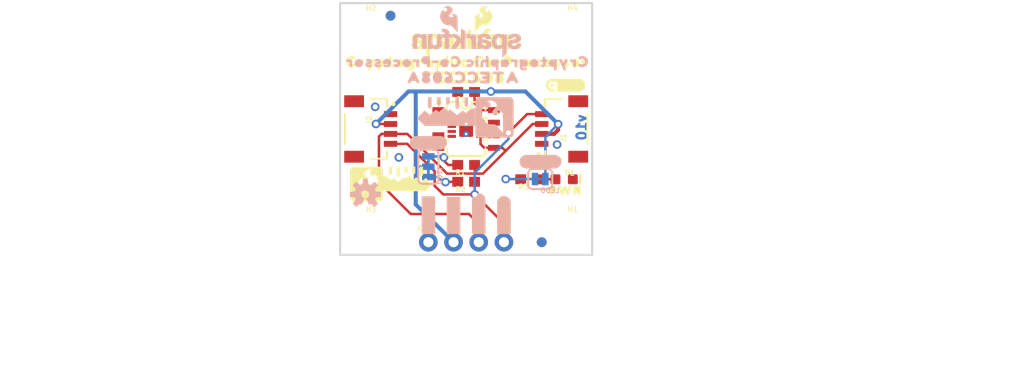
<source format=kicad_pcb>
(kicad_pcb (version 20211014) (generator pcbnew)
  (layers (0 "F.Cu" signal) (31 "B.Cu" signal) (34 "B.Paste" user) (35 "F.Paste" user) (36 "B.SilkS" user "B.Silkscreen") (37 "F.SilkS" user "F.Silkscreen") (38 "B.Mask" user) (39 "F.Mask" user) (44 "Edge.Cuts" user))
  (net 0 "")
  (net 1 "GND")
  (net 2 "SCL")
  (net 3 "SDA")
  (net 4 "3.3V")
  (net 5 "N$4")
  (net 6 "N$5")
  (net 7 "N$3")
  (net 8 "N$7")
  (footprint "boardEagle:ATECC608A0" (layer "F.Cu") (at 148.2725 99.822)
    (fp_text reference "U$5" hide)
    (fp_text value "" hide)
  )
  (footprint "boardEagle:CRYPTO_COPROCESSOR_LOGO_SMALL" (layer "F.Cu") (at 141.0081 110.5916)
    (fp_text reference "U$10" hide)
    (fp_text value "" hide)
  )
  (footprint "boardEagle:#3V3#0" (layer "F.Cu") (at 147.2311 115.9256 90)
    (fp_text reference "U$20" hide)
    (fp_text value "" hide)
  )
  (footprint "boardEagle:0603" (layer "F.Cu") (at 154.8511 110.0836 180)
    (fp_text reference "R3" (at 0 -0.762) (layer "F.SilkS") (effects (font (size 0.512064 0.512064) (thickness 0.097536)) (justify right)))
    (fp_text value "1k")
    (pad "1" smd roundrect (at -0.85 0 180) (size 1.1 1) (layers "F.Cu" "F.Paste" "F.Mask") (roundrect_rratio 0.0508) (net 7 "N$3"))
    (pad "2" smd roundrect (at 0.85 0 180) (size 1.1 1) (layers "F.Cu" "F.Paste" "F.Mask") (roundrect_rratio 0.0508) (net 8 "N$7"))
  )
  (footprint "boardEagle:#GND#0" (layer "F.Cu") (at 144.6911 115.9256 90)
    (fp_text reference "U$21" hide)
    (fp_text value "" hide)
  )
  (footprint "boardEagle:JST04_1MM_RA" (layer "F.Cu") (at 140.8811 105.0036 -90)
    (fp_text reference "J2" (at -1.397 2.159 90) (layer "F.SilkS") (effects (font (size 0.512064 0.512064) (thickness 0.097536)) (justify right)))
    (fp_text value "QWIIC")
    (pad "1" smd roundrect (at -1.5 0 270) (size 0.6 1.35) (layers "F.Cu" "F.Paste" "F.Mask") (roundrect_rratio 0.08466666667) (net 1 "GND"))
    (pad "2" smd roundrect (at -0.5 0 270) (size 0.6 1.35) (layers "F.Cu" "F.Paste" "F.Mask") (roundrect_rratio 0.08466666667) (net 4 "3.3V"))
    (pad "3" smd roundrect (at 0.5 0 270) (size 0.6 1.35) (layers "F.Cu" "F.Paste" "F.Mask") (roundrect_rratio 0.08466666667) (net 3 "SDA"))
    (pad "4" smd roundrect (at 1.5 0 270) (size 0.6 1.35) (layers "F.Cu" "F.Paste" "F.Mask") (roundrect_rratio 0.08466666667) (net 2 "SCL"))
    (pad "NC1" smd roundrect (at 2.8 3.675 270) (size 1.2 2) (layers "F.Cu" "F.Paste" "F.Mask") (roundrect_rratio 0.04233333333))
    (pad "NC2" smd roundrect (at -2.8 3.675 270) (size 1.2 2) (layers "F.Cu" "F.Paste" "F.Mask") (roundrect_rratio 0.04233333333))
  )
  (footprint "boardEagle:1X04_NO_SILK" (layer "F.Cu") (at 144.6911 116.4336)
    (fp_text reference "J3" (at -1.27 -1.397) (layer "F.SilkS") (effects (font (size 0.512064 0.512064) (thickness 0.097536)) (justify left)))
    (fp_text value "PTH")
    (pad "1" thru_hole circle (at 0 0 90) (size 1.8796 1.8796) (drill 1.016) (layers *.Cu *.Mask) (net 1 "GND"))
    (pad "2" thru_hole circle (at 2.54 0 90) (size 1.8796 1.8796) (drill 1.016) (layers *.Cu *.Mask) (net 4 "3.3V"))
    (pad "3" thru_hole circle (at 5.08 0 90) (size 1.8796 1.8796) (drill 1.016) (layers *.Cu *.Mask) (net 3 "SDA"))
    (pad "4" thru_hole circle (at 7.62 0 90) (size 1.8796 1.8796) (drill 1.016) (layers *.Cu *.Mask) (net 2 "SCL"))
  )
  (footprint "boardEagle:PWR0" (layer "F.Cu") (at 158.5341 111.2266)
    (fp_text reference "U$11" hide)
    (fp_text value "" hide)
  )
  (footprint "boardEagle:#SDA#0" (layer "F.Cu") (at 149.7711 115.9256 90)
    (fp_text reference "U$17" hide)
    (fp_text value "" hide)
  )
  (footprint "boardEagle:STAND-OFF" (layer "F.Cu") (at 138.3411 115.1636)
    (fp_text reference "H3" (at 0 -2.032) (layer "F.SilkS") (effects (font (size 0.512064 0.512064) (thickness 0.097536)) (justify left)))
    (fp_text value "STAND-OFF")
    (pad "" np_thru_hole circle (at 0 0) (size 3.302 3.302) (drill 3.302) (layers *.Cu *.Mask))
  )
  (footprint "boardEagle:DUAL_UDFN_2X3MM_SOIC-8" (layer "F.Cu") (at 148.5011 105.0036 -90)
    (fp_text reference "U1" (at 0 -2.413 90) (layer "F.SilkS") (effects (font (size 0.512064 0.512064) (thickness 0.097536)) (justify right)))
    (fp_text value "ATECC608A")
    (pad "1" smd roundrect (at -0.75 1.45 270) (size 0.3 0.85) (layers "F.Cu" "F.Paste" "F.Mask") (roundrect_rratio 0.1693333333))
    (pad "1S" smd roundrect (at -1.905 2.8 270) (size 0.6 1.2) (layers "F.Cu" "F.Paste" "F.Mask") (roundrect_rratio 0.08466666667))
    (pad "2" smd roundrect (at -0.25 1.45 270) (size 0.3 0.85) (layers "F.Cu" "F.Paste" "F.Mask") (roundrect_rratio 0.1693333333))
    (pad "2S" smd roundrect (at -0.635 2.8 270) (size 0.6 1.2) (layers "F.Cu" "F.Paste" "F.Mask") (roundrect_rratio 0.08466666667))
    (pad "3" smd roundrect (at 0.25 1.45 270) (size 0.3 0.85) (layers "F.Cu" "F.Paste" "F.Mask") (roundrect_rratio 0.1693333333))
    (pad "3S" smd roundrect (at 0.635 2.8 270) (size 0.6 1.2) (layers "F.Cu" "F.Paste" "F.Mask") (roundrect_rratio 0.08466666667))
    (pad "4" smd roundrect (at 0.75 1.45 270) (size 0.3 0.85) (layers "F.Cu" "F.Paste" "F.Mask") (roundrect_rratio 0.1693333333) (net 1 "GND"))
    (pad "4S" smd roundrect (at 1.905 2.8 270) (size 0.6 1.2) (layers "F.Cu" "F.Paste" "F.Mask") (roundrect_rratio 0.08466666667) (net 1 "GND"))
    (pad "5" smd roundrect (at 0.75 -1.45 270) (size 0.3 0.85) (layers "F.Cu" "F.Paste" "F.Mask") (roundrect_rratio 0.1693333333) (net 3 "SDA"))
    (pad "5S" smd roundrect (at 1.905 -2.8 270) (size 0.6 1.2) (layers "F.Cu" "F.Paste" "F.Mask") (roundrect_rratio 0.08466666667) (net 3 "SDA"))
    (pad "6" smd roundrect (at 0.25 -1.45 270) (size 0.3 0.85) (layers "F.Cu" "F.Paste" "F.Mask") (roundrect_rratio 0.1693333333) (net 2 "SCL"))
    (pad "6S" smd roundrect (at 0.635 -2.8 270) (size 0.6 1.2) (layers "F.Cu" "F.Paste" "F.Mask") (roundrect_rratio 0.08466666667) (net 2 "SCL"))
    (pad "7" smd roundrect (at -0.25 -1.45 270) (size 0.3 0.85) (layers "F.Cu" "F.Paste" "F.Mask") (roundrect_rratio 0.1693333333))
    (pad "7S" smd roundrect (at -0.635 -2.8 270) (size 0.6 1.2) (layers "F.Cu" "F.Paste" "F.Mask") (roundrect_rratio 0.08466666667))
    (pad "8" smd roundrect (at -0.75 -1.45 270) (size 0.3 0.85) (layers "F.Cu" "F.Paste" "F.Mask") (roundrect_rratio 0.1693333333) (net 4 "3.3V"))
    (pad "8S" smd roundrect (at -1.905 -2.8 270) (size 0.6 1.2) (layers "F.Cu" "F.Paste" "F.Mask") (roundrect_rratio 0.08466666667) (net 4 "3.3V"))
    (pad "P" smd roundrect (at 0 0 270) (size 1.6 1.4) (layers "F.Cu" "F.Mask") (roundrect_rratio 0.1) (net 1 "GND"))
  )
  (footprint "boardEagle:STAND-OFF" (layer "F.Cu") (at 138.3411 94.8436)
    (fp_text reference "H2" (at 0 -2.032) (layer "F.SilkS") (effects (font (size 0.512064 0.512064) (thickness 0.097536)) (justify left)))
    (fp_text value "STAND-OFF")
    (pad "" np_thru_hole circle (at 0 0) (size 3.302 3.302) (drill 3.302) (layers *.Cu *.Mask))
  )
  (footprint "boardEagle:SFE_LOGO_NAME_FLAME_.1" (layer "F.Cu") (at 148.5011 96.29775)
    (fp_text reference "LOGO1" hide)
    (fp_text value "SFE_LOGO_NAME_FLAME.1_INCH" hide)
  )
  (footprint "boardEagle:0603" (layer "F.Cu") (at 148.5011 110.3376 180)
    (fp_text reference "R2" (at 0 -0.762) (layer "F.SilkS") (effects (font (size 0.512064 0.512064) (thickness 0.097536)) (justify right)))
    (fp_text value "4.7k")
    (pad "1" smd roundrect (at -0.85 0 180) (size 1.1 1) (layers "F.Cu" "F.Paste" "F.Mask") (roundrect_rratio 0.0508) (net 2 "SCL"))
    (pad "2" smd roundrect (at 0.85 0 180) (size 1.1 1) (layers "F.Cu" "F.Paste" "F.Mask") (roundrect_rratio 0.0508) (net 6 "N$5"))
  )
  (footprint "boardEagle:0603" (layer "F.Cu") (at 148.5011 108.6358 180)
    (fp_text reference "R1" (at 0 -0.762) (layer "F.SilkS") (effects (font (size 0.512064 0.512064) (thickness 0.097536)) (justify right)))
    (fp_text value "4.7k")
    (pad "1" smd roundrect (at -0.85 0 180) (size 1.1 1) (layers "F.Cu" "F.Paste" "F.Mask") (roundrect_rratio 0.0508) (net 3 "SDA"))
    (pad "2" smd roundrect (at 0.85 0 180) (size 1.1 1) (layers "F.Cu" "F.Paste" "F.Mask") (roundrect_rratio 0.0508) (net 5 "N$4"))
  )
  (footprint "boardEagle:CRYPTOGRAPHIC_CO#PROCESSOR0" (layer "F.Cu") (at 148.6535 98.2218)
    (fp_text reference "U$9" hide)
    (fp_text value "" hide)
  )
  (footprint "boardEagle:0603" (layer "F.Cu") (at 148.5011 101.2698 180)
    (fp_text reference "C1" (at 0 -0.762) (layer "F.SilkS") (effects (font (size 0.512064 0.512064) (thickness 0.097536)) (justify right)))
    (fp_text value "0.1uF")
    (pad "1" smd roundrect (at -0.85 0 180) (size 1.1 1) (layers "F.Cu" "F.Paste" "F.Mask") (roundrect_rratio 0.0508) (net 4 "3.3V"))
    (pad "2" smd roundrect (at 0.85 0 180) (size 1.1 1) (layers "F.Cu" "F.Paste" "F.Mask") (roundrect_rratio 0.0508) (net 1 "GND"))
  )
  (footprint "boardEagle:QWIIC_4MM" (layer "F.Cu") (at 158.5341 100.6094)
    (fp_text reference "LOGO3" hide)
    (fp_text value "QWIIC_LOGO_4MM" hide)
  )
  (footprint "boardEagle:STAND-OFF" (layer "F.Cu") (at 158.6611 94.8436)
    (fp_text reference "H4" (at 0 -2.032) (layer "F.SilkS") (effects (font (size 0.512064 0.512064) (thickness 0.097536)) (justify left)))
    (fp_text value "STAND-OFF")
    (pad "" np_thru_hole circle (at 0 0) (size 3.302 3.302) (drill 3.302) (layers *.Cu *.Mask))
  )
  (footprint "boardEagle:LED-0603" (layer "F.Cu") (at 158.3817 110.0836)
    (fp_text reference "D1" (at 0 -0.635) (layer "F.SilkS") (effects (font (size 0.512064 0.512064) (thickness 0.097536)) (justify left)))
    (fp_text value "RED")
    (pad "A" smd roundrect (at -0.877 0 270) (size 1 1) (layers "F.Cu" "F.Paste" "F.Mask") (roundrect_rratio 0.15) (net 7 "N$3"))
    (pad "C" smd roundrect (at 0.877 0 270) (size 1 1) (layers "F.Cu" "F.Paste" "F.Mask") (roundrect_rratio 0.15) (net 1 "GND"))
  )
  (footprint "boardEagle:STAND-OFF" (layer "F.Cu") (at 158.6611 115.1636)
    (fp_text reference "H1" (at 0 -2.032) (layer "F.SilkS") (effects (font (size 0.512064 0.512064) (thickness 0.097536)) (justify left)))
    (fp_text value "STAND-OFF")
    (pad "" np_thru_hole circle (at 0 0) (size 3.302 3.302) (drill 3.302) (layers *.Cu *.Mask))
  )
  (footprint "boardEagle:JST04_1MM_RA" (layer "F.Cu") (at 156.1211 105.0036 90)
    (fp_text reference "J1" (at -1.397 2.159 90) (layer "F.SilkS") (effects (font (size 0.512064 0.512064) (thickness 0.097536)) (justify left)))
    (fp_text value "QWIIC")
    (pad "1" smd roundrect (at -1.5 0 90) (size 0.6 1.35) (layers "F.Cu" "F.Paste" "F.Mask") (roundrect_rratio 0.08466666667) (net 1 "GND"))
    (pad "2" smd roundrect (at -0.5 0 90) (size 0.6 1.35) (layers "F.Cu" "F.Paste" "F.Mask") (roundrect_rratio 0.08466666667) (net 4 "3.3V"))
    (pad "3" smd roundrect (at 0.5 0 90) (size 0.6 1.35) (layers "F.Cu" "F.Paste" "F.Mask") (roundrect_rratio 0.08466666667) (net 3 "SDA"))
    (pad "4" smd roundrect (at 1.5 0 90) (size 0.6 1.35) (layers "F.Cu" "F.Paste" "F.Mask") (roundrect_rratio 0.08466666667) (net 2 "SCL"))
    (pad "NC1" smd roundrect (at 2.8 3.675 90) (size 1.2 2) (layers "F.Cu" "F.Paste" "F.Mask") (roundrect_rratio 0.04233333333))
    (pad "NC2" smd roundrect (at -2.8 3.675 90) (size 1.2 2) (layers "F.Cu" "F.Paste" "F.Mask") (roundrect_rratio 0.04233333333))
  )
  (footprint "boardEagle:#SCL#0" (layer "F.Cu") (at 152.3111 115.9256 90)
    (fp_text reference "U$13" hide)
    (fp_text value "" hide)
  )
  (footprint "boardEagle:FIDUCIAL-1X2" (layer "F.Cu") (at 156.1211 116.4336)
    (fp_text reference "FD2" hide)
    (fp_text value "FIDUCIAL1X2" hide)
    (pad "1" smd roundrect (at 0 0) (size 1 1) (layers "F.Cu" "F.Mask") (roundrect_rratio 0.5))
  )
  (footprint "boardEagle:CREATIVE_COMMONS" (layer "F.Cu") (at 121.8311 130.4036)
    (fp_text reference "FRAME1" hide)
    (fp_text value "FRAME-LETTER" hide)
  )
  (footprint "boardEagle:FIDUCIAL-1X2" (layer "F.Cu") (at 140.8811 93.5736)
    (fp_text reference "FD1" hide)
    (fp_text value "FIDUCIAL1X2" hide)
    (pad "1" smd roundrect (at 0 0) (size 1 1) (layers "F.Cu" "F.Mask") (roundrect_rratio 0.5))
  )
  (footprint "boardEagle:FIDUCIAL-1X2" (layer "B.Cu") (at 156.1211 116.4336 180)
    (fp_text reference "FD3" hide)
    (fp_text value "FIDUCIAL1X2" hide)
    (pad "1" smd roundrect (at 0 0 180) (size 1 1) (layers "B.Cu" "B.Mask") (roundrect_rratio 0.5))
  )
  (footprint "boardEagle:OSHW-LOGO-S" (layer "B.Cu") (at 138.3411 111.6076 180)
    (fp_text reference "LOGO4" hide)
    (fp_text value "OSHW-LOGOS" hide)
  )
  (footprint "boardEagle:#LED#0" (layer "B.Cu") (at 155.9941 108.3056 180)
    (fp_text reference "U$3" hide)
    (fp_text value "" hide)
  )
  (footprint "boardEagle:#SDA#0" (layer "B.Cu") (at 149.7711 115.9256 90)
    (fp_text reference "U$4" hide)
    (fp_text value "" hide)
  )
  (footprint "boardEagle:FIDUCIAL-1X2" (layer "B.Cu") (at 140.8811 93.5736 180)
    (fp_text reference "FD4" hide)
    (fp_text value "FIDUCIAL1X2" hide)
    (pad "1" smd roundrect (at 0 0 180) (size 1 1) (layers "B.Cu" "B.Mask") (roundrect_rratio 0.5))
  )
  (footprint "boardEagle:SMT-JUMPER_3_2-NC_TRACE_SILK" (layer "B.Cu") (at 144.6911 108.8136 90)
    (fp_text reference "I2C0" (at 0 1.143 90) (layer "B.SilkS") (effects (font (size 0.512064 0.512064) (thickness 0.097536)) (justify left mirror)))
    (fp_text value "")
    (fp_poly (pts (xy 0.7112 -0.13335) (xy -0.7112 -0.13335) (xy -0.7112 0.13335) (xy 0.7112 0.13335)) (layer "B.Cu") (width 0) (fill solid))
    (pad "1" smd roundrect (at -1.0414 0 90) (size 0.6604 1.27) (layers "B.Cu" "B.Mask") (roundrect_rratio 0.07692307692) (net 6 "N$5"))
    (pad "2" smd roundrect (at 0 0 90) (size 0.6604 1.27) (layers "B.Cu" "B.Mask") (roundrect_rratio 0.07692307692) (net 4 "3.3V"))
    (pad "3" smd roundrect (at 1.0414 0 90) (size 0.6604 1.27) (layers "B.Cu" "B.Mask") (roundrect_rratio 0.07692307692) (net 5 "N$4"))
  )
  (footprint "boardEagle:SFE_LOGO_NAME_FLAME_.1" (layer "B.Cu") (at 148.5011 96.29775 180)
    (fp_text reference "LOGO2" hide)
    (fp_text value "SFE_LOGO_NAME_FLAME.1_INCH" hide)
  )
  (footprint "boardEagle:#SCL#0" (layer "B.Cu") (at 152.3111 115.9256 90)
    (fp_text reference "U$2" hide)
    (fp_text value "" hide)
  )
  (footprint "boardEagle:ATECC608A0" (layer "B.Cu") (at 148.0693 99.822 180)
    (fp_text reference "U$7" hide)
    (fp_text value "" hide)
  )
  (footprint "boardEagle:CRYPTOGRAPHIC_CO#PROCESSOR0" (layer "B.Cu") (at 148.5265 98.2218 180)
    (fp_text reference "U$19" hide)
    (fp_text value "" hide)
  )
  (footprint "boardEagle:#I2C#0" (layer "B.Cu") (at 144.6911 106.4006 180)
    (fp_text reference "U$1" hide)
    (fp_text value "" hide)
  )
  (footprint "boardEagle:SMT-JUMPER_2_NC_TRACE_SILK" (layer "B.Cu") (at 155.9687 110.0582)
    (fp_text reference "LED0" (at 0 1.143) (layer "B.SilkS") (effects (font (size 0.512064 0.512064) (thickness 0.097536)) (justify right mirror)))
    (fp_text value "")
    (fp_poly (pts (xy 0.1905 -0.13335) (xy -0.70485 -0.13335) (xy -0.70485 0.13335) (xy 0.1905 0.13335)) (layer "B.Cu") (width 0) (fill solid))
    (pad "1" smd roundrect (at -0.5207 0) (size 0.6604 1.27) (layers "B.Cu" "B.Mask") (roundrect_rratio 0.07692307692) (net 8 "N$7"))
    (pad "2" smd roundrect (at 0.5207 0) (size 0.6604 1.27) (layers "B.Cu" "B.Mask") (roundrect_rratio 0.07692307692) (net 4 "3.3V"))
  )
  (footprint "boardEagle:CRYPTO_COPROCESSOR_LOGO_LARGE" (layer "B.Cu") (at 148.5011 103.7336 180)
    (fp_text reference "U$8" hide)
    (fp_text value "" hide)
  )
  (footprint "boardEagle:#GND#0" (layer "B.Cu") (at 144.6911 115.9256 90)
    (fp_text reference "U$23" hide)
    (fp_text value "" hide)
  )
  (footprint "boardEagle:#3V3#0" (layer "B.Cu") (at 147.2311 115.9256 90)
    (fp_text reference "U$6" hide)
    (fp_text value "" hide)
  )
  (gr_line (start 135.8011 117.7036) (end 135.8011 92.3036) (layer "Edge.Cuts") (width 0.2032))
  (gr_line (start 135.8011 92.3036) (end 161.2011 92.3036) (layer "Edge.Cuts") (width 0.2032))
  (gr_line (start 161.2011 117.7036) (end 135.8011 117.7036) (layer "Edge.Cuts") (width 0.2032))
  (gr_line (start 161.2011 92.3036) (end 161.2011 117.7036) (layer "Edge.Cuts") (width 0.2032))
  (gr_text "v10" (at 160.1597 104.8512 -270) (layer "B.Cu") (effects (font (size 0.9652 0.9652) (thickness 0.3048)) (justify mirror)))
  (via (at 148.5011 105.5116) (size 0.6096) (drill 0.254) (layers "F.Cu" "B.Cu") (net 1))
  (via (at 148.5011 104.4956) (size 0.6096) (drill 0.254) (layers "F.Cu" "B.Cu") (net 1))
  (via (at 141.7193 107.8738) (size 0.8636) (drill 0.508) (layers "F.Cu" "B.Cu") (net 1))
  (via (at 157.6705 106.5784) (size 0.8636) (drill 0.508) (layers "F.Cu" "B.Cu") (net 1))
  (via (at 139.3317 102.7684) (size 0.8636) (drill 0.508) (layers "F.Cu" "B.Cu") (net 1))
  (segment (start 142.5589 106.5036) (end 145.3261 109.2708) (width 0.254) (layer "F.Cu") (net 2))
  (segment (start 149.3511 110.3376) (end 149.3647 110.3512) (width 0.254) (layer "F.Cu") (net 2))
  (segment (start 152.5143 105.6386) (end 151.3011 105.6386) (width 0.254) (layer "F.Cu") (net 2))
  (segment (start 146.1897 111.6076) (end 149.3647 111.6076) (width 0.254) (layer "F.Cu") (net 2))
  (segment (start 145.3261 110.744) (end 146.1897 111.6076) (width 0.254) (layer "F.Cu") (net 2))
  (segment (start 154.6493 103.5036) (end 152.7683 105.3846) (width 0.254) (layer "F.Cu") (net 2))
  (segment (start 156.1211 103.5036) (end 154.6493 103.5036) (width 0.254) (layer "F.Cu") (net 2))
  (segment (start 152.7683 105.3846) (end 152.5143 105.6386) (width 0.254) (layer "F.Cu") (net 2))
  (segment (start 145.3261 109.2708) (end 145.3261 110.744) (width 0.254) (layer "F.Cu") (net 2))
  (segment (start 150.6307 105.2536) (end 151.0157 105.6386) (width 0.254) (layer "F.Cu") (net 2))
  (segment (start 149.9511 105.2536) (end 150.6307 105.2536) (width 0.254) (layer "F.Cu") (net 2))
  (segment (start 140.8811 106.5036) (end 142.5589 106.5036) (width 0.254) (layer "F.Cu") (net 2))
  (segment (start 151.0157 105.6386) (end 151.3011 105.6386) (width 0.254) (layer "F.Cu") (net 2))
  (segment (start 149.3647 110.3512) (end 149.3647 111.6076) (width 0.254) (layer "F.Cu") (net 2))
  (segment (start 149.3647 111.6076) (end 152.3111 114.554) (width 0.254) (layer "F.Cu") (net 2))
  (segment (start 152.3111 114.554) (end 152.3111 116.4336) (width 0.254) (layer "F.Cu") (net 2))
  (via (at 152.7683 105.3846) (size 0.8636) (drill 0.508) (layers "F.Cu" "B.Cu") (net 2))
  (via (at 149.3647 111.6076) (size 0.8636) (drill 0.508) (layers "F.Cu" "B.Cu") (net 2))
  (segment (start 149.3647 109.4232) (end 149.3647 111.6076) (width 0.254) (layer "B.Cu") (net 2))
  (segment (start 152.7683 106.0196) (end 149.3647 109.4232) (width 0.254) (layer "B.Cu") (net 2))
  (segment (start 152.7683 105.3846) (end 152.7683 106.0196) (width 0.254) (layer "B.Cu") (net 2))
  (segment (start 142.5749 105.5036) (end 146.5825 109.5112) (width 0.254) (layer "F.Cu") (net 3))
  (segment (start 152.4762 107.2261) (end 150.1911 109.5112) (width 0.254) (layer "F.Cu") (net 3))
  (segment (start 146.5825 109.5112) (end 149.3647 109.5112) (width 0.254) (layer "F.Cu") (net 3))
  (segment (start 149.9511 106.5298) (end 150.3299 106.9086) (width 0.254) (layer "F.Cu") (net 3))
  (segment (start 149.3647 108.6494) (end 149.3647 109.5112) (width 0.254) (layer "F.Cu") (net 3))
  (segment (start 155.1987 104.5036) (end 152.4762 107.2261) (width 0.254) (layer "F.Cu") (net 3))
  (segment (start 152.1587 106.9086) (end 152.4762 107.2261) (width 0.254) (layer "F.Cu") (net 3))
  (segment (start 148.7805 113.5888) (end 142.9131 113.5888) (width 0.254) (layer "F.Cu") (net 3))
  (segment (start 149.7711 114.5794) (end 148.7805 113.5888) (width 0.254) (layer "F.Cu") (net 3))
  (segment (start 139.7127 105.7656) (end 139.9747 105.5036) (width 0.254) (layer "F.Cu") (net 3))
  (segment (start 156.1211 104.5036) (end 155.1987 104.5036) (width 0.254) (layer "F.Cu") (net 3))
  (segment (start 150.1911 109.5112) (end 149.3647 109.5112) (width 0.254) (layer "F.Cu") (net 3))
  (segment (start 149.9511 105.7536) (end 149.9511 106.5298) (width 0.254) (layer "F.Cu") (net 3))
  (segment (start 139.7127 110.3884) (end 139.7127 105.7656) (width 0.254) (layer "F.Cu") (net 3))
  (segment (start 139.9747 105.5036) (end 140.8811 105.5036) (width 0.254) (layer "F.Cu") (net 3))
  (segment (start 151.3011 106.9086) (end 152.1587 106.9086) (width 0.254) (layer "F.Cu") (net 3))
  (segment (start 142.9131 113.5888) (end 139.7127 110.3884) (width 0.254) (layer "F.Cu") (net 3))
  (segment (start 140.8811 105.5036) (end 142.5749 105.5036) (width 0.254) (layer "F.Cu") (net 3))
  (segment (start 149.7711 116.4336) (end 149.7711 114.5794) (width 0.254) (layer "F.Cu") (net 3))
  (segment (start 149.3511 108.6358) (end 149.3647 108.6494) (width 0.254) (layer "F.Cu") (net 3))
  (segment (start 150.3299 106.9086) (end 151.3011 106.9086) (width 0.254) (layer "F.Cu") (net 3))
  (segment (start 150.0505 103.0986) (end 151.3011 103.0986) (width 0.254) (layer "F.Cu") (net 4))
  (segment (start 139.4159 104.5036) (end 140.8811 104.5036) (width 0.254) (layer "F.Cu") (net 4))
  (segment (start 149.9511 102.9992) (end 150.0505 103.0986) (width 0.254) (layer "F.Cu") (net 4))
  (segment (start 157.3737 105.5036) (end 157.7721 105.1052) (width 0.4064) (layer "F.Cu") (net 4))
  (segment (start 139.4079 104.4956) (end 139.4159 104.5036) (width 0.254) (layer "F.Cu") (net 4))
  (segment (start 149.3511 101.2698) (end 149.3511 102.3992) (width 0.254) (layer "F.Cu") (net 4))
  (segment (start 149.3511 102.3992) (end 149.9511 102.9992) (width 0.254) (layer "F.Cu") (net 4))
  (segment (start 156.1211 105.5036) (end 157.3737 105.5036) (width 0.4064) (layer "F.Cu") (net 4))
  (segment (start 150.9903 101.219) (end 149.4019 101.219) (width 0.254) (layer "F.Cu") (net 4))
  (segment (start 157.7721 105.1052) (end 157.7721 104.521) (width 0.4064) (layer "F.Cu") (net 4))
  (segment (start 149.3511 101.2698) (end 149.4019 101.219) (width 0.254) (layer "F.Cu") (net 4))
  (segment (start 149.9511 104.2536) (end 149.9511 102.9992) (width 0.254) (layer "F.Cu") (net 4))
  (via (at 157.7721 104.521) (size 0.8636) (drill 0.508) (layers "F.Cu" "B.Cu") (net 4))
  (via (at 150.9903 101.219) (size 0.8636) (drill 0.508) (layers "F.Cu" "B.Cu") (net 4))
  (via (at 139.4079 104.4956) (size 0.8636) (drill 0.508) (layers "F.Cu" "B.Cu") (net 4))
  (segment (start 143.4211 108.8136) (end 143.4211 101.219) (width 0.4064) (layer "B.Cu") (net 4))
  (segment (start 156.4894 110.0582) (end 156.4894 105.8037) (width 0.254) (layer "B.Cu") (net 4))
  (segment (start 143.4211 112.6236) (end 147.2311 116.4336) (width 0.4064) (layer "B.Cu") (net 4))
  (segment (start 139.4079 104.4956) (end 142.6845 101.219) (width 0.4064) (layer "B.Cu") (net 4))
  (segment (start 144.6911 108.8136) (end 143.4211 108.8136) (width 0.254) (layer "B.Cu") (net 4))
  (segment (start 154.4701 101.219) (end 150.9903 101.219) (width 0.4064) (layer "B.Cu") (net 4))
  (segment (start 143.4211 112.6236) (end 143.4211 108.8136) (width 0.4064) (layer "B.Cu") (net 4))
  (segment (start 156.4894 105.8037) (end 157.7721 104.521) (width 0.254) (layer "B.Cu") (net 4))
  (segment (start 157.7721 104.521) (end 154.4701 101.219) (width 0.4064) (layer "B.Cu") (net 4))
  (segment (start 143.4211 101.219) (end 150.9903 101.219) (width 0.4064) (layer "B.Cu") (net 4))
  (segment (start 142.6845 101.219) (end 143.4211 101.219) (width 0.4064) (layer "B.Cu") (net 4))
  (segment (start 146.2659 108.204) (end 146.2659 107.8738) (width 0.254) (layer "F.Cu") (net 5))
  (segment (start 146.6977 108.6358) (end 146.2659 108.204) (width 0.254) (layer "F.Cu") (net 5))
  (segment (start 147.6511 108.6358) (end 146.6977 108.6358) (width 0.254) (layer "F.Cu") (net 5))
  (via (at 146.2659 107.8738) (size 0.8636) (drill 0.508) (layers "F.Cu" "B.Cu") (net 5))
  (segment (start 144.6911 107.7722) (end 146.1643 107.7722) (width 0.254) (layer "B.Cu") (net 5))
  (segment (start 146.1643 107.7722) (end 146.2659 107.8738) (width 0.254) (layer "B.Cu") (net 5))
  (segment (start 146.4437 110.3376) (end 146.4183 110.363) (width 0.254) (layer "F.Cu") (net 6))
  (segment (start 147.6511 110.3376) (end 146.4437 110.3376) (width 0.254) (layer "F.Cu") (net 6))
  (via (at 146.4183 110.363) (size 0.8636) (drill 0.508) (layers "F.Cu" "B.Cu") (net 6))
  (segment (start 144.6911 109.855) (end 145.6309 109.855) (width 0.254) (layer "B.Cu") (net 6))
  (segment (start 146.1389 110.363) (end 145.6309 109.855) (width 0.254) (layer "B.Cu") (net 6))
  (segment (start 146.1389 110.363) (end 146.4183 110.363) (width 0.254) (layer "B.Cu") (net 6))
  (segment (start 157.5047 110.0836) (end 155.7011 110.0836) (width 0.254) (layer "F.Cu") (net 7))
  (segment (start 153.9757 110.0582) (end 154.0011 110.0836) (width 0.254) (layer "F.Cu") (net 8))
  (segment (start 152.4889 110.0582) (end 153.9757 110.0582) (width 0.254) (layer "F.Cu") (net 8))
  (via (at 152.4889 110.0582) (size 0.8636) (drill 0.508) (layers "F.Cu" "B.Cu") (net 8))
  (segment (start 155.448 110.0582) (end 152.4889 110.0582) (width 0.254) (layer "B.Cu") (net 8))
)
</source>
